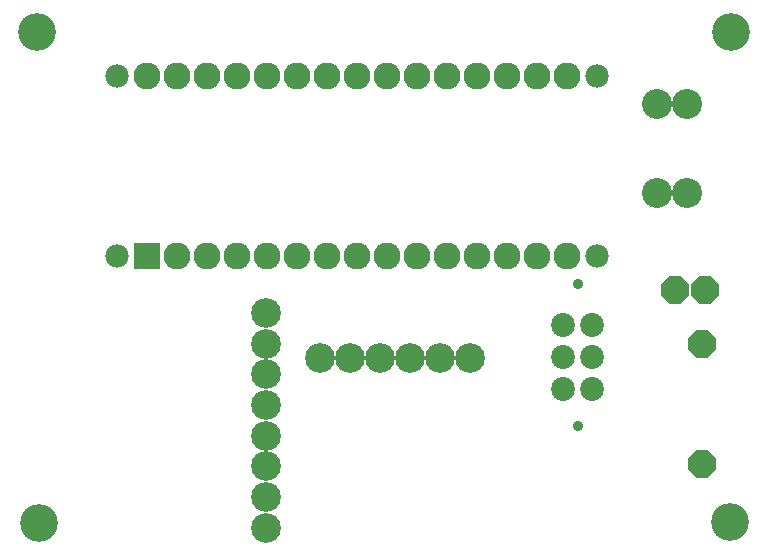
<source format=gbr>
G04 EAGLE Gerber RS-274X export*
G75*
%MOMM*%
%FSLAX34Y34*%
%LPD*%
%INSoldermask Top*%
%IPPOS*%
%AMOC8*
5,1,8,0,0,1.08239X$1,22.5*%
G01*
%ADD10C,3.203200*%
%ADD11C,1.981200*%
%ADD12R,2.283200X2.283200*%
%ADD13C,2.283200*%
%ADD14P,2.507336X8X202.500000*%
%ADD15P,2.507336X8X112.500000*%
%ADD16C,2.519800*%
%ADD17C,2.543200*%
%ADD18C,2.023200*%
%ADD19C,0.903200*%


D10*
X-2540Y197620D03*
X582540Y198730D03*
X-3650Y613650D03*
X583650Y613650D03*
D11*
X63500Y424020D03*
X63500Y576420D03*
X469900Y576420D03*
X469900Y424020D03*
D12*
X88900Y424020D03*
D13*
X114300Y424020D03*
X139700Y424020D03*
X165100Y424020D03*
X190500Y424020D03*
X215900Y424020D03*
X241300Y424020D03*
X266700Y424020D03*
X292100Y424020D03*
X317500Y424020D03*
X342900Y424020D03*
X368300Y424020D03*
X393700Y424020D03*
X419100Y424020D03*
X444500Y424020D03*
X444500Y576420D03*
X419100Y576420D03*
X393700Y576420D03*
X368300Y576420D03*
X342900Y576420D03*
X317500Y576420D03*
X292100Y576420D03*
X266700Y576420D03*
X241300Y576420D03*
X215900Y576420D03*
X190500Y576420D03*
X165100Y576420D03*
X139700Y576420D03*
X114300Y576420D03*
X88900Y576420D03*
D14*
X561680Y395650D03*
X536280Y395650D03*
D15*
X558800Y248300D03*
X558800Y349900D03*
D16*
X235455Y337900D03*
X260855Y337900D03*
X286255Y337900D03*
X311655Y337900D03*
X337055Y337900D03*
X362455Y337900D03*
X189635Y193905D03*
X189635Y219905D03*
X189635Y245905D03*
X189635Y271905D03*
X189635Y297905D03*
X189635Y323905D03*
X189635Y349905D03*
X189635Y375905D03*
D17*
X546600Y553100D03*
X521200Y553100D03*
X546920Y477740D03*
X521520Y477740D03*
D18*
X441114Y365788D03*
X441114Y338788D03*
X441114Y311788D03*
X466114Y365788D03*
X466114Y338788D03*
X466114Y311788D03*
D19*
X454614Y400788D03*
X454614Y279788D03*
M02*

</source>
